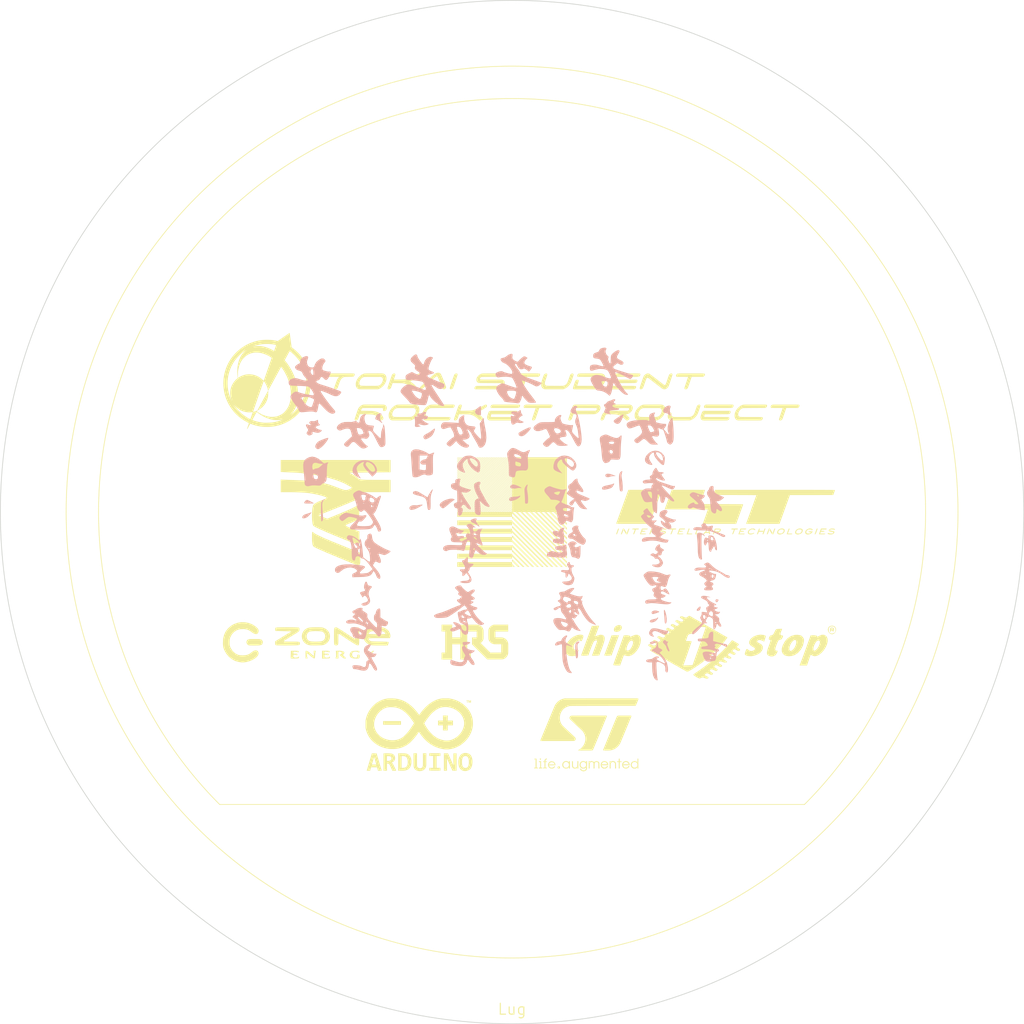
<source format=kicad_pcb>
(kicad_pcb (version 20221018) (generator pcbnew)
  (layers (0 "F.Cu" signal) (31 "B.Cu" signal) (34 "B.Paste" user) (35 "F.Paste" user) (36 "B.SilkS" user "B.Silkscreen") (37 "F.SilkS" user "F.Silkscreen") (38 "B.Mask" user) (39 "F.Mask" user) (44 "Edge.Cuts" user))
  (net 0 "")
  (footprint "MountingHole:MountingHole_3.2mm_M3" (layer "F.Cu") (at 205.90971 54.888059)
    (fp_text reference "REF**" hide)
    (fp_text value "MountingHole_3.2mm_M3" hide)
    (pad "" np_thru_hole circle (at 0 0) (size 3.2 3.2) (drill 3.2) (layers "*.Cu" "*.Mask"))
  )
  (footprint "MountingHole:MountingHole_3.2mm_M3" (layer "F.Cu") (at 195.58 133.35)
    (fp_text reference "REF**" hide)
    (fp_text value "MountingHole_3.2mm_M3" hide)
    (pad "" np_thru_hole circle (at 0 0) (size 3.2 3.2) (drill 3.2) (layers "*.Cu" "*.Mask"))
  )
  (footprint "MountingHole:MountingHole_3.2mm_M3" (layer "F.Cu") (at 166.441297 150.173238)
    (fp_text reference "REF**" hide)
    (fp_text value "MountingHole_3.2mm_M3" hide)
    (pad "" np_thru_hole circle (at 0 0) (size 3.2 3.2) (drill 3.2) (layers "*.Cu" "*.Mask"))
  )
  (footprint "LOGO" (layer "F.Cu") (at 176.288059 106.438059)
    (fp_text reference "G***" hide)
    (fp_text value "LOGO" hide)
  )
  (footprint "MountingHole:MountingHole_3.2mm_M3" (layer "F.Cu") (at 84.618059 87.388059)
    (fp_text reference "REF**" hide)
    (fp_text value "MountingHole_3.2mm_M3" hide)
    (pad "" np_thru_hole circle (at 0 0) (size 3.2 3.2) (drill 3.2) (layers "*.Cu" "*.Mask"))
  )
  (footprint "LOGO" (layer "F.Cu") (at 149.618059 87.388059)
    (fp_text reference "G***" hide)
    (fp_text value "LOGO" hide)
  )
  (footprint "MountingHole:MountingHole_3.2mm_M3" (layer "F.Cu") (at 132.794821 24.60288)
    (fp_text reference "REF**" hide)
    (fp_text value "MountingHole_3.2mm_M3" hide)
    (pad "" np_thru_hole circle (at 0 0) (size 3.2 3.2) (drill 3.2) (layers "*.Cu" "*.Mask"))
  )
  (footprint "LOGO" (layer "F.Cu") (at 178.828059 87.388059)
    (fp_text reference "G***" hide)
    (fp_text value "LOGO" hide)
  )
  (footprint "MountingHole:MountingHole_3.2mm_M3" (layer "F.Cu") (at 205.90971 119.888059)
    (fp_text reference "REF**" hide)
    (fp_text value "MountingHole_3.2mm_M3" hide)
    (pad "" np_thru_hole circle (at 0 0) (size 3.2 3.2) (drill 3.2) (layers "*.Cu" "*.Mask"))
  )
  (footprint "MountingHole:MountingHole_3.2mm_M3" (layer "F.Cu") (at 166.441297 24.60288)
    (fp_text reference "REF**" hide)
    (fp_text value "MountingHole_3.2mm_M3" hide)
    (pad "" np_thru_hole circle (at 0 0) (size 3.2 3.2) (drill 3.2) (layers "*.Cu" "*.Mask"))
  )
  (footprint "LOGO" (layer "F.Cu") (at 159.778059 117.868059)
    (fp_text reference "G***" hide)
    (fp_text value "LOGO" hide)
  )
  (footprint "MountingHole:MountingHole_3.2mm_M3" (layer "F.Cu") (at 86.83288 104.211297)
    (fp_text reference "REF**" hide)
    (fp_text value "MountingHole_3.2mm_M3" hide)
    (pad "" np_thru_hole circle (at 0 0) (size 3.2 3.2) (drill 3.2) (layers "*.Cu" "*.Mask"))
  )
  (footprint "MountingHole:MountingHole_3.2mm_M3" (layer "F.Cu") (at 182.118059 143.67971)
    (fp_text reference "REF**" hide)
    (fp_text value "MountingHole_3.2mm_M3" hide)
    (pad "" np_thru_hole circle (at 0 0) (size 3.2 3.2) (drill 3.2) (layers "*.Cu" "*.Mask"))
  )
  (footprint "MountingHole:MountingHole_3.2mm_M3" (layer "F.Cu") (at 103.656118 133.35)
    (fp_text reference "REF**" hide)
    (fp_text value "MountingHole_3.2mm_M3" hide)
    (pad "" np_thru_hole circle (at 0 0) (size 3.2 3.2) (drill 3.2) (layers "*.Cu" "*.Mask"))
  )
  (footprint "MountingHole:MountingHole_3.2mm_M3" (layer "F.Cu") (at 182.118059 31.096408)
    (fp_text reference "REF**" hide)
    (fp_text value "MountingHole_3.2mm_M3" hide)
    (pad "" np_thru_hole circle (at 0 0) (size 3.2 3.2) (drill 3.2) (layers "*.Cu" "*.Mask"))
  )
  (footprint "MountingHole:MountingHole_3.2mm_M3" (layer "F.Cu") (at 86.83288 70.564821)
    (fp_text reference "REF**" hide)
    (fp_text value "MountingHole_3.2mm_M3" hide)
    (pad "" np_thru_hole circle (at 0 0) (size 3.2 3.2) (drill 3.2) (layers "*.Cu" "*.Mask"))
  )
  (footprint "MountingHole:MountingHole_6mm" (layer "F.Cu") (at 129.618059 135.388059)
    (fp_text reference "REF**" hide)
    (fp_text value "MountingHole_8.2mm" hide)
    (pad "" np_thru_hole circle (at 0 0) (size 8.2 8.2) (drill 8.2) (layers "F&B.Cu" "*.Mask"))
  )
  (footprint "MountingHole:MountingHole_8.4mm_M8" (layer "F.Cu") (at 149.618059 137.388059)
    (fp_text reference "REF**" hide)
    (fp_text value "MountingHole_10.2mm" hide)
    (pad "" np_thru_hole circle (at 0 0) (size 10.2 10.2) (drill 10.2) (layers "F&B.Cu" "*.Mask"))
  )
  (footprint "MountingHole:MountingHole_3.2mm_M3" (layer "F.Cu") (at 212.403238 70.564821)
    (fp_text reference "REF**" hide)
    (fp_text value "MountingHole_3.2mm_M3" hide)
    (pad "" np_thru_hole circle (at 0 0) (size 3.2 3.2) (drill 3.2) (layers "*.Cu" "*.Mask"))
  )
  (footprint "MountingHole:MountingHole_4.3mm_M4" (layer "F.Cu") (at 119.618059 57.388059)
    (fp_text reference "REF**" hide)
    (fp_text value "MountingHole_4.3mm_M4" hide)
    (pad "" np_thru_hole circle (at 0 0) (size 4.3 4.3) (drill 4.3) (layers "*.Cu" "*.Mask"))
  )
  (footprint "MountingHole:MountingHole_3.2mm_M3" (layer "F.Cu") (at 195.58 41.426118)
    (fp_text reference "REF**" hide)
    (fp_text value "MountingHole_3.2mm_M3" hide)
    (pad "" np_thru_hole circle (at 0 0) (size 3.2 3.2) (drill 3.2) (layers "*.Cu" "*.Mask"))
  )
  (footprint "LOGO" (layer "F.Cu") (at 121.678059 105.168059)
    (fp_text reference "G***" hide)
    (fp_text value "LOGO" hide)
  )
  (footprint "MountingHole:MountingHole_3.2mm_M3" (layer "F.Cu") (at 103.656118 41.426118)
    (fp_text reference "REF**" hide)
    (fp_text value "MountingHole_3.2mm_M3" hide)
    (pad "" np_thru_hole circle (at 0 0) (size 3.2 3.2) (drill 3.2) (layers "*.Cu" "*.Mask"))
  )
  (footprint "MountingHole:MountingHole_4.3mm_M4" (layer "F.Cu") (at 179.618059 57.388059)
    (fp_text reference "REF**" hide)
    (fp_text value "MountingHole_4.3mm_M4" hide)
    (pad "" np_thru_hole circle (at 0 0) (size 4.3 4.3) (drill 4.3) (layers "*.Cu" "*.Mask"))
  )
  (footprint "MountingHole:MountingHole_3.2mm_M3" (layer "F.Cu") (at 132.794821 150.173238)
    (fp_text reference "REF**" hide)
    (fp_text value "MountingHole_3.2mm_M3" hide)
    (pad "" np_thru_hole circle (at 0 0) (size 3.2 3.2) (drill 3.2) (layers "*.Cu" "*.Mask"))
  )
  (footprint "MountingHole:MountingHole_3.2mm_M3" (layer "F.Cu") (at 93.326408 119.888059)
    (fp_text reference "REF**" hide)
    (fp_text value "MountingHole_3.2mm_M3" hide)
    (pad "" np_thru_hole circle (at 0 0) (size 3.2 3.2) (drill 3.2) (layers "*.Cu" "*.Mask"))
  )
  (footprint "LOGO" (layer "F.Cu") (at 144.538059 105.168059)
    (fp_text reference "G***" hide)
    (fp_text value "LOGO" hide)
  )
  (footprint "MountingHole:MountingHole_3.2mm_M3" (layer "F.Cu") (at 117.118059 143.67971)
    (fp_text reference "REF**" hide)
    (fp_text value "MountingHole_3.2mm_M3" hide)
    (pad "" np_thru_hole circle (at 0 0) (size 3.2 3.2) (drill 3.2) (layers "*.Cu" "*.Mask"))
  )
  (footprint "LOGO" (layer "F.Cu") (at 125.488059 87.388059)
    (fp_text reference "G***" hide)
    (fp_text value "LOGO" hide)
  )
  (footprint "MountingHole:MountingHole_3.2mm_M3" (layer "F.Cu") (at 149.618059 22.388059)
    (fp_text reference "REF**" hide)
    (fp_text value "MountingHole_3.2mm_M3" hide)
    (pad "" np_thru_hole circle (at 0 0) (size 3.2 3.2) (drill 3.2) (layers "*.Cu" "*.Mask"))
  )
  (footprint "MountingHole:MountingHole_3.2mm_M3" (layer "F.Cu") (at 214.618059 87.388059)
    (fp_text reference "REF**" hide)
    (fp_text value "MountingHole_3.2mm_M3" hide)
    (pad "" np_thru_hole circle (at 0 0) (size 3.2 3.2) (drill 3.2) (layers "*.Cu" "*.Mask"))
  )
  (footprint "MountingHole:MountingHole_3.2mm_M3" (layer "F.Cu") (at 93.326408 54.888059)
    (fp_text reference "REF**" hide)
    (fp_text value "MountingHole_3.2mm_M3" hide)
    (pad "" np_thru_hole circle (at 0 0) (size 3.2 3.2) (drill 3.2) (layers "*.Cu" "*.Mask"))
  )
  (footprint "MountingHole:MountingHole_6mm" (layer "F.Cu") (at 169.618059 135.388059)
    (fp_text reference "REF**" hide)
    (fp_text value "MountingHole_8.2mm" hide)
    (pad "" np_thru_hole circle (at 0 0) (size 8.2 8.2) (drill 8.2) (layers "*.Cu" "*.Mask"))
  )
  (footprint "MountingHole:MountingHole_3.2mm_M3" (layer "F.Cu") (at 117.118059 31.096408)
    (fp_text reference "REF**" hide)
    (fp_text value "MountingHole_3.2mm_M3" hide)
    (pad "" np_thru_hole circle (at 0 0) (size 3.2 3.2) (drill 3.2) (layers "*.Cu" "*.Mask"))
  )
  (footprint "MountingHole:MountingHole_4.3mm_M4" (layer "F.Cu") (at 119.618059 117.388059)
    (fp_text reference "REF**" hide)
    (fp_text value "MountingHole_4.3mm_M4" hide)
    (pad "" np_thru_hole circle (at 0 0) (size 4.3 4.3) (drill 4.3) (layers "*.Cu" "*.Mask"))
  )
  (footprint "MountingHole:MountingHole_4.3mm_M4" (layer "F.Cu") (at 179.618059 117.388059)
    (fp_text reference "REF**" hide)
    (fp_text value "MountingHole_4.3mm_M4" hide)
    (pad "" np_thru_hole circle (at 0 0) (size 4.3 4.3) (drill 4.3) (layers "*.Cu" "*.Mask"))
  )
  (footprint "LOGO" (layer "F.Cu") (at 136.918059 117.868059)
    (fp_text reference "G***" hide)
    (fp_text value "LOGO" hide)
  )
  (footprint "MountingHole:MountingHole_3.2mm_M3" (layer "F.Cu") (at 212.403238 104.211297)
    (fp_text reference "REF**" hide)
    (fp_text value "MountingHole_3.2mm_M3" hide)
    (pad "" np_thru_hole circle (at 0 0) (size 3.2 3.2) (drill 3.2) (layers "*.Cu" "*.Mask"))
  )
  (footprint "LOGO" (layer "F.Cu") (at 149.618059 69.608059)
    (fp_text reference "G***" hide)
    (fp_text value "LOGO" hide)
  )
  (footprint "MountingHole:MountingHole_3.2mm_M3" (layer "F.Cu") (at 149.618059 152.388059)
    (fp_text reference "REF**" hide)
    (fp_text value "MountingHole_3.2mm_M3" hide)
    (pad "" np_thru_hole circle (at 0 0) (size 3.2 3.2) (drill 3.2) (layers "*.Cu" "*.Mask"))
  )
  (footprint "LOGO" (layer "B.Cu") (at 149.618059 87.388059 180)
    (fp_text reference "G***" hide)
    (fp_text value "LOGO" hide)
  )
  (gr_circle (center 149.618059 87.388059) (end 210.618059 87.388059) (stroke (width 0.1)) (fill none) (layer "F.SilkS"))
  (gr_line (start 109.618059 127.388059) (end 189.618059 127.388059) (stroke (width 0.1)) (layer "F.SilkS"))
  (gr_arc (start 109.618059 127.388059) (mid 149.618059 30.819517) (end 189.618059 127.388059) (stroke (width 0.1)) (layer "F.SilkS"))
  (gr_circle (center 149.618059 87.388059) (end 219.618059 87.388059) (stroke (width 0.1)) (fill none) (layer "Edge.Cuts"))
  (gr_text "Lug" (at 149.618059 155.388059) (layer "F.SilkS") (effects (font (size 1.5 1.5))))
)
</source>
